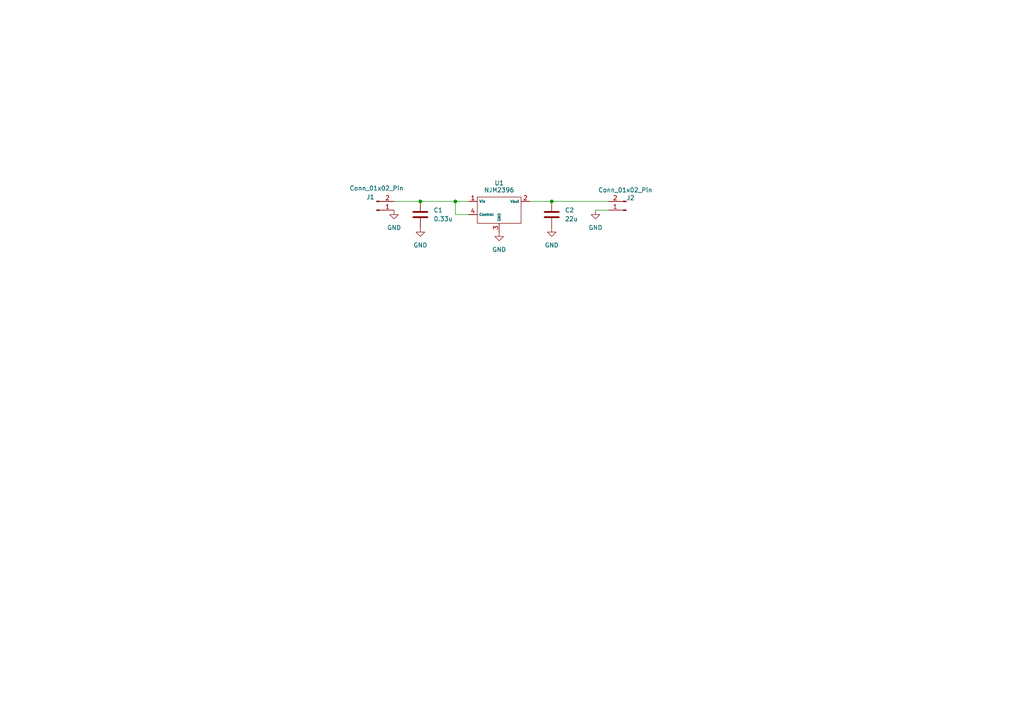
<source format=kicad_sch>
(kicad_sch (version 20231120) (generator "eeschema") (generator_version "8.0")
  (paper "A4")
  (lib_symbols
    (symbol "Connector:Conn_01x02_Pin" (pin_names (offset 1.016) hide)
      (property "Reference" "J" (at 0 2.54 0))
      (property "Value" "Conn_01x02_Pin" (at 0 -5.08 0))
      (symbol "Conn_01x02_Pin_1_1"
        (polyline (pts (xy 1.27 -2.54) (xy 0.8636 -2.54)) (stroke (width 0.1524)))
        (polyline (pts (xy 1.27 0) (xy 0.8636 0)) (stroke (width 0.1524)))
        (rectangle (start 0.8636 -2.413) (end 0 -2.667) (stroke (width 0.1524)) (fill (type outline)))
        (rectangle (start 0.8636 0.127) (end 0 -0.127) (stroke (width 0.1524)) (fill (type outline)))
        (pin passive line (at 5.08 0 180) (length 3.81) (name "Pin_1") (number "1"))
        (pin passive line (at 5.08 -2.54 180) (length 3.81) (name "Pin_2") (number "2"))
      )
    )
    (symbol "Device:C" (pin_numbers hide) (pin_names (offset 0.254))
      (property "Reference" "C" (at 0.635 2.54 0))
      (property "Value" "C" (at 0.635 -2.54 0))
      (symbol "C_0_1"
        (polyline (pts (xy -2.032 -0.762) (xy 2.032 -0.762)) (stroke (width 0.508)))
        (polyline (pts (xy -2.032 0.762) (xy 2.032 0.762)) (stroke (width 0.508)))
      )
      (symbol "C_1_1"
        (pin passive line (at 0 3.81 270) (length 2.794) (name "~") (number "1"))
        (pin passive line (at 0 -3.81 90) (length 2.794) (name "~") (number "2"))
      )
    )
    (symbol "NJM2396:NJM2396"
      (property "Reference" "U" (at 0 7.874 0))
      (property "Value" "NJM2396" (at 0 6.096 0))
      (symbol "NJM2396_0_1"
        (rectangle (start -6.35 3.81) (end 6.35 -3.81))
      )
      (symbol "NJM2396_1_1"
        (pin power_in line (at -8.89 2.54 0) (length 2.54) (name "Vin") (number "1"))
        (pin power_out line (at 8.89 2.54 180) (length 2.54) (name "Vout") (number "2"))
        (pin bidirectional line (at 0 -6.35 90) (length 2.54) (name "GND") (number "3"))
        (pin input line (at -8.89 -1.27 0) (length 2.54) (name "Control") (number "4"))
      )
    )
    (symbol "power:GND" (power) (pin_numbers hide) (pin_names (offset 0) hide)
      (property "Value" "GND" (at 0 -3.81 0))
      (symbol "GND_0_1"
        (polyline (pts (xy 0 0) (xy 0 -1.27) (xy 1.27 -1.27) (xy 0 -2.54) (xy -1.27 -1.27) (xy 0 -1.27)))
      )
      (symbol "GND_1_1"
        (pin power_in line (at 0 0 270) (length 0) (name "~") (number "1"))
      )
    )
  )
  (junction (at 132.08 58.42))
  (junction (at 121.92 58.42))
  (junction (at 160.02 58.42))
  (wire (pts (xy 172.72 60.96) (xy 176.53 60.96)))
  (wire (pts (xy 160.02 58.42) (xy 176.53 58.42)))
  (wire (pts (xy 132.08 62.23) (xy 135.89 62.23)))
  (wire (pts (xy 114.3 58.42) (xy 121.92 58.42)))
  (wire (pts (xy 121.92 58.42) (xy 132.08 58.42)))
  (wire (pts (xy 160.02 58.42) (xy 153.67 58.42)))
  (wire (pts (xy 132.08 58.42) (xy 135.89 58.42)))
  (wire (pts (xy 132.08 58.42) (xy 132.08 62.23)))
  (symbol (lib_id "power:GND") (at 121.92 66.04 0) (unit 1)
    (property "Reference" "#PWR01" (effects (hide yes)))
    (property "Value" "GND" (at 121.92 71.12 0))
    (property "Description" "Power symbol creates a global label with name \"GND\" , ground" (effects (hide yes)))
  )
  (symbol (lib_id "Device:C") (at 160.02 62.23 0) (unit 1)
    (property "Reference" "C2" (at 163.83 60.9599 0) (effects (justify left)))
    (property "Value" "22u" (at 163.83 63.4999 0) (effects (justify left)))
    (property "Footprint" "Capacitor_THT:C_Disc_D5.0mm_W2.5mm_P5.00mm" (effects (hide yes)))
    (property "Description" "Unpolarized capacitor" (effects (hide yes)))
  )
  (symbol (lib_id "NJM2396:NJM2396") (at 144.78 60.96 0) (unit 1)
    (property "Reference" "U1" (at 144.78 53.086 0))
    (property "Value" "NJM2396" (at 144.78 55.118 0))
    (property "Footprint" "NJM2396:NJM2396" (effects (hide yes)))
  )
  (symbol (lib_id "Device:C") (at 121.92 62.23 0) (unit 1)
    (property "Reference" "C1" (at 125.73 60.9599 0) (effects (justify left)))
    (property "Value" "0.33u" (at 125.73 63.4999 0) (effects (justify left)))
    (property "Footprint" "Capacitor_THT:C_Disc_D5.0mm_W2.5mm_P5.00mm" (effects (hide yes)))
    (property "Description" "Unpolarized capacitor" (effects (hide yes)))
  )
  (symbol (lib_id "power:GND") (at 144.78 67.31 0) (unit 1)
    (property "Reference" "#PWR02" (effects (hide yes)))
    (property "Value" "GND" (at 144.78 72.39 0))
    (property "Description" "Power symbol creates a global label with name \"GND\" , ground" (effects (hide yes)))
  )
  (symbol (lib_id "power:GND") (at 172.72 60.96 0) (unit 1)
    (property "Reference" "#PWR05" (effects (hide yes)))
    (property "Value" "GND" (at 172.72 66.04 0))
    (property "Description" "Power symbol creates a global label with name \"GND\" , ground" (effects (hide yes)))
  )
  (symbol (lib_id "power:GND") (at 114.3 60.96 0) (unit 1)
    (property "Reference" "#PWR03" (effects (hide yes)))
    (property "Value" "GND" (at 114.3 66.04 0))
    (property "Description" "Power symbol creates a global label with name \"GND\" , ground" (effects (hide yes)))
  )
  (symbol (lib_id "Connector:Conn_01x02_Pin") (at 109.22 60.96 0) (mirror x) (unit 1)
    (property "Reference" "J1" (at 107.442 57.15 0))
    (property "Value" "Conn_01x02_Pin" (at 109.22 54.61 0))
    (property "Footprint" "Connector_AMASS:AMASS_XT30U-F_1x02_P5.0mm_Vertical" (effects (hide yes)))
    (property "Description" "Generic connector, single row, 01x02, script generated" (effects (hide yes)))
  )
  (symbol (lib_id "Connector:Conn_01x02_Pin") (at 181.61 60.96 180) (unit 1)
    (property "Reference" "J2" (at 182.88 57.404 0))
    (property "Value" "Conn_01x02_Pin" (at 181.356 55.118 0))
    (property "Footprint" "Connector_AMASS:AMASS_XT30U-M_1x02_P5.0mm_Vertical" (effects (hide yes)))
    (property "Description" "Generic connector, single row, 01x02, script generated" (effects (hide yes)))
  )
  (symbol (lib_id "power:GND") (at 160.02 66.04 0) (unit 1)
    (property "Reference" "#PWR04" (effects (hide yes)))
    (property "Value" "GND" (at 160.02 71.12 0))
    (property "Description" "Power symbol creates a global label with name \"GND\" , ground" (effects (hide yes)))
  )
)
</source>
